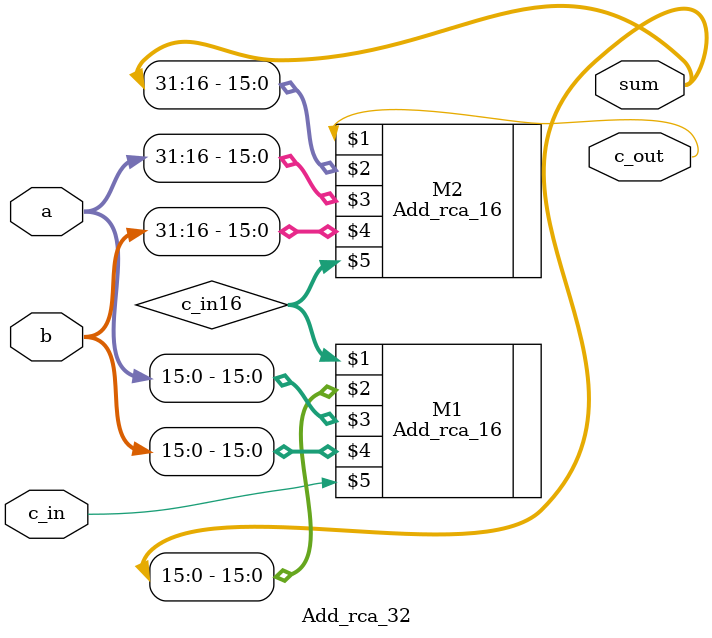
<source format=v>
module Add_rca_32 (output c_out, output [31:0] sum, input [31:0] a, b, input c_in);
	wire [31:0] c_in16;
	Add_rca_16 M1 (c_in16, sum[15:0], a[15:0], b[15:0], c_in);
	Add_rca_16 M2 (c_out, sum[31:16], a[31:16], b[31:16], c_in16);
	
endmodule

</source>
